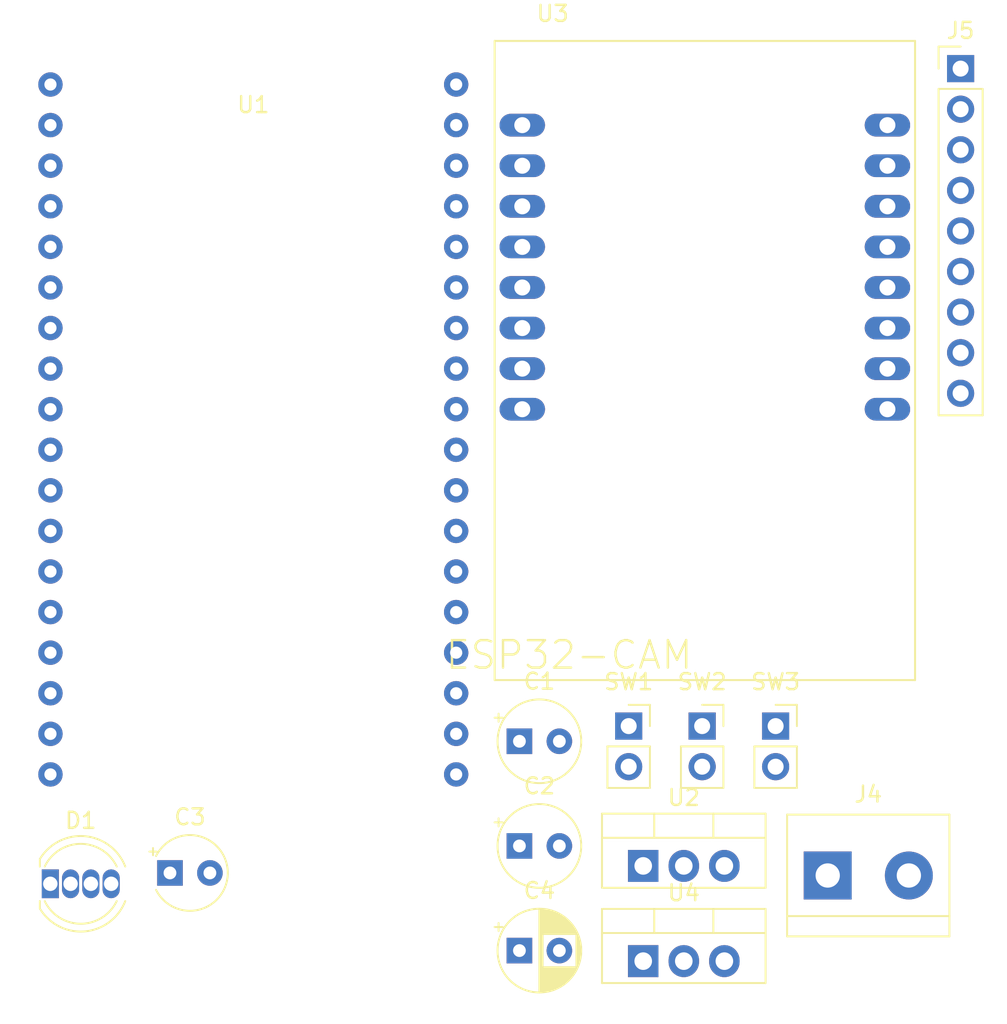
<source format=kicad_pcb>
(kicad_pcb (version 20241229) (generator "pcbnew") (generator_version "9.0")
  (layers (0 "F.Cu" signal) (2 "B.Cu" signal) (13 "F.Paste" user) (15 "B.Paste" user) (5 "F.SilkS" user "F.Silkscreen") (7 "B.SilkS" user "B.Silkscreen") (1 "F.Mask" user) (3 "B.Mask" user) (25 "Edge.Cuts" user))
  (net 0 "")
  (net 1 "GND")
  (net 2 "Net-(U2-IN)")
  (net 3 "Net-(U1-VIN)")
  (net 4 "Net-(U4-IN)")
  (net 5 "Net-(U3-5V)")
  (net 6 "Net-(D1-GND)")
  (net 7 "Net-(D1-VDD)")
  (net 8 "Net-(D1-DI)")
  (net 9 "Net-(D1-DO)")
  (net 10 "CS")
  (net 11 "+3.3V")
  (net 12 "SDI(MOSI)")
  (net 13 "SDI(MISO)")
  (net 14 "RST")
  (net 15 "D{slash}C")
  (net 16 "SCK")
  (net 17 "VCC")
  (net 18 "Net-(U3-GPIO13)")
  (net 23 "D{slash}C(ILI)")
  (net 26 "SDI(MISO)(ILI)")
  (net 34 "RST(ILI)")
  (net 37 "SCK(ILI)")
  (net 40 "SDI(MOSI)(ILI)")
  (net 50 "CS(ILI)")
  (footprint "Connector_PinSocket_2.54mm:PinSocket_1x02_P2.54mm_Vertical" (layer "F.Cu") (at 159.51 101.85)
    (property "Reference" "SW3" (at 0 -2.77 0) (layer "F.SilkS"))
    (property "Value" "SW_Push")
    (fp_line (start -1.33 1.27) (end -1.33 3.87) (stroke (width 0.12)) (layer "F.SilkS"))
    (fp_line (start -1.33 1.27) (end 1.33 1.27) (stroke (width 0.12)) (layer "F.SilkS"))
    (fp_line (start -1.33 3.87) (end 1.33 3.87) (stroke (width 0.12)) (layer "F.SilkS"))
    (fp_line (start 0 -1.33) (end 1.33 -1.33) (stroke (width 0.12)) (layer "F.SilkS"))
    (fp_line (start 1.33 -1.33) (end 1.33 0) (stroke (width 0.12)) (layer "F.SilkS"))
    (fp_line (start 1.33 1.27) (end 1.33 3.87) (stroke (width 0.12)) (layer "F.SilkS"))
    (pad "1" thru_hole rect (at 0 0) (size 1.7 1.7) (drill 1) (layers "*.Cu" "*.Mask") (net 18 "Net-(U3-GPIO13)"))
    (pad "2" thru_hole circle (at 0 2.54) (size 1.7 1.7) (drill 1) (layers "*.Cu" "*.Mask") (net 6 "Net-(D1-GND)"))
  )
  (footprint "LED_THT:LED_D5.0mm-4_RGB" (layer "F.Cu") (at 114.1 111.72)
    (property "Reference" "D1" (at 1.905 -3.96 0) (layer "F.SilkS"))
    (property "Value" "APA-106-F5")
    (fp_line (start -0.655 -1.545) (end -0.655 -1.08) (stroke (width 0.12)) (layer "F.SilkS"))
    (fp_line (start -0.655 1.08) (end -0.655 1.545) (stroke (width 0.12)) (layer "F.SilkS"))
    (fp_arc (start -0.655 -1.54483) (mid 2.163858 -2.978774) (end 4.693107 -1.080075) (stroke (width 0.12)) (layer "F.SilkS"))
    (fp_arc (start -0.349684 -1.08) (mid 1.904967 -2.5) (end 4.159656 -1.080059) (stroke (width 0.12)) (layer "F.SilkS"))
    (fp_arc (start 4.159656 1.080059) (mid 1.904967 2.5) (end -0.349684 1.08) (stroke (width 0.12)) (layer "F.SilkS"))
    (fp_arc (start 4.693107 1.080075) (mid 2.163858 2.978774) (end -0.655 1.54483) (stroke (width 0.12)) (layer "F.SilkS"))
    (pad "1" thru_hole rect (at 0 0) (size 1.07 1.8) (drill 0.9) (layers "*.Cu" "*.Mask") (net 9 "Net-(D1-DO)"))
    (pad "2" thru_hole oval (at 1.27 0) (size 1.07 1.8) (drill 0.9) (layers "*.Cu" "*.Mask") (net 6 "Net-(D1-GND)"))
    (pad "3" thru_hole oval (at 2.54 0) (size 1.07 1.8) (drill 0.9) (layers "*.Cu" "*.Mask") (net 7 "Net-(D1-VDD)"))
    (pad "4" thru_hole oval (at 3.81 0) (size 1.07 1.8) (drill 0.9) (layers "*.Cu" "*.Mask") (net 8 "Net-(D1-DI)"))
  )
  (footprint "Connector_PinHeader_2.54mm:PinHeader_1x09_P2.54mm_Vertical" (layer "F.Cu") (at 171.09 60.7)
    (property "Reference" "J5" (at 0 -2.38 0) (layer "F.SilkS"))
    (property "Value" "ILI9341")
    (fp_line (start -1.38 -1.38) (end 0 -1.38) (stroke (width 0.12)) (layer "F.SilkS"))
    (fp_line (start -1.38 0) (end -1.38 -1.38) (stroke (width 0.12)) (layer "F.SilkS"))
    (fp_line (start -1.38 1.27) (end -1.38 21.7) (stroke (width 0.12)) (layer "F.SilkS"))
    (fp_line (start -1.38 1.27) (end 1.38 1.27) (stroke (width 0.12)) (layer "F.SilkS"))
    (fp_line (start -1.38 21.7) (end 1.38 21.7) (stroke (width 0.12)) (layer "F.SilkS"))
    (fp_line (start 1.38 1.27) (end 1.38 21.7) (stroke (width 0.12)) (layer "F.SilkS"))
    (pad "1" thru_hole rect (at 0 0) (size 1.7 1.7) (drill 1) (layers "*.Cu" "*.Mask") (net 1 "GND"))
    (pad "2" thru_hole circle (at 0 2.54) (size 1.7 1.7) (drill 1) (layers "*.Cu" "*.Mask") (net 12 "SDI(MOSI)"))
    (pad "3" thru_hole circle (at 0 5.08) (size 1.7 1.7) (drill 1) (layers "*.Cu" "*.Mask") (net 15 "D{slash}C"))
    (pad "4" thru_hole circle (at 0 7.62) (size 1.7 1.7) (drill 1) (layers "*.Cu" "*.Mask") (net 14 "RST"))
    (pad "5" thru_hole circle (at 0 10.16) (size 1.7 1.7) (drill 1) (layers "*.Cu" "*.Mask") (net 13 "SDI(MISO)"))
    (pad "6" thru_hole circle (at 0 12.7) (size 1.7 1.7) (drill 1) (layers "*.Cu" "*.Mask") (net 16 "SCK"))
    (pad "7" thru_hole circle (at 0 15.24) (size 1.7 1.7) (drill 1) (layers "*.Cu" "*.Mask") (net 10 "CS"))
    (pad "8" thru_hole circle (at 0 17.78) (size 1.7 1.7) (drill 1) (layers "*.Cu" "*.Mask") (net 11 "+3.3V"))
    (pad "9" thru_hole circle (at 0 20.32) (size 1.7 1.7) (drill 1) (layers "*.Cu" "*.Mask") (net 11 "+3.3V"))
  )
  (footprint "Capacitor_THT:CP_Radial_D5.0mm_P2.50mm" (layer "F.Cu") (at 143.469775 115.9)
    (property "Reference" "C4" (at 1.25 -3.75 0) (layer "F.SilkS"))
    (property "Value" "C")
    (fp_line (start -1.554775 -1.475) (end -1.054775 -1.475) (stroke (width 0.12)) (layer "F.SilkS"))
    (fp_line (start -1.304775 -1.725) (end -1.304775 -1.225) (stroke (width 0.12)) (layer "F.SilkS"))
    (fp_line (start 1.25 -2.58) (end 1.25 2.58) (stroke (width 0.12)) (layer "F.SilkS"))
    (fp_line (start 1.29 -2.58) (end 1.29 2.58) (stroke (width 0.12)) (layer "F.SilkS"))
    (fp_line (start 1.33 -2.579) (end 1.33 2.579) (stroke (width 0.12)) (layer "F.SilkS"))
    (fp_line (start 1.37 -2.577) (end 1.37 2.577) (stroke (width 0.12)) (layer "F.SilkS"))
    (fp_line (start 1.41 -2.575) (end 1.41 2.575) (stroke (width 0.12)) (layer "F.SilkS"))
    (fp_line (start 1.45 -2.572) (end 1.45 2.572) (stroke (width 0.12)) (layer "F.SilkS"))
    (fp_line (start 1.49 -2.569) (end 1.49 -1.04) (stroke (width 0.12)) (layer "F.SilkS"))
    (fp_line (start 1.49 1.04) (end 1.49 2.569) (stroke (width 0.12)) (layer "F.SilkS"))
    (fp_line (start 1.53 -2.565) (end 1.53 -1.04) (stroke (width 0.12)) (layer "F.SilkS"))
    (fp_line (start 1.53 1.04) (end 1.53 2.565) (stroke (width 0.12)) (layer "F.SilkS"))
    (fp_line (start 1.57 -2.56) (end 1.57 -1.04) (stroke (width 0.12)) (layer "F.SilkS"))
    (fp_line (start 1.57 1.04) (end 1.57 2.56) (stroke (width 0.12)) (layer "F.SilkS"))
    (fp_line (start 1.61 -2.555) (end 1.61 -1.04) (stroke (width 0.12)) (layer "F.SilkS"))
    (fp_line (start 1.61 1.04) (end 1.61 2.555) (stroke (width 0.12)) (layer "F.SilkS"))
    (fp_line (start 1.65 -2.549) (end 1.65 -1.04) (stroke (width 0.12)) (layer "F.SilkS"))
    (fp_line (start 1.65 1.04) (end 1.65 2.549) (stroke (width 0.12)) (layer "F.SilkS"))
    (fp_line (start 1.69 -2.543) (end 1.69 -1.04) (stroke (width 0.12)) (layer "F.SilkS"))
    (fp_line (start 1.69 1.04) (end 1.69 2.543) (stroke (width 0.12)) (layer "F.SilkS"))
    (fp_line (start 1.73 -2.536) (end 1.73 -1.04) (stroke (width 0.12)) (layer "F.SilkS"))
    (fp_line (start 1.73 1.04) (end 1.73 2.536) (stroke (width 0.12)) (layer "F.SilkS"))
    (fp_line (start 1.77 -2.528) (end 1.77 -1.04) (stroke (width 0.12)) (layer "F.SilkS"))
    (fp_line (start 1.77 1.04) (end 1.77 2.528) (stroke (width 0.12)) (layer "F.SilkS"))
    (fp_line (start 1.81 -2.519) (end 1.81 -1.04) (stroke (width 0.12)) (layer "F.SilkS"))
    (fp_line (start 1.81 1.04) (end 1.81 2.519) (stroke (width 0.12)) (layer "F.SilkS"))
    (fp_line (start 1.85 -2.51) (end 1.85 -1.04) (stroke (width 0.12)) (layer "F.SilkS"))
    (fp_line (start 1.85 1.04) (end 1.85 2.51) (stroke (width 0.12)) (layer "F.SilkS"))
    (fp_line (start 1.89 -2.501) (end 1.89 -1.04) (stroke (width 0.12)) (layer "F.SilkS"))
    (fp_line (start 1.89 1.04) (end 1.89 2.501) (stroke (width 0.12)) (layer "F.SilkS"))
    (fp_line (start 1.93 -2.49) (end 1.93 -1.04) (stroke (width 0.12)) (layer "F.SilkS"))
    (fp_line (start 1.93 1.04) (end 1.93 2.49) (stroke (width 0.12)) (layer "F.SilkS"))
    (fp_line (start 1.97 -2.479) (end 1.97 -1.04) (stroke (width 0.12)) (layer "F.SilkS"))
    (fp_line (start 1.97 1.04) (end 1.97 2.479) (stroke (width 0.12)) (layer "F.SilkS"))
    (fp_line (start 2.01 -2.467) (end 2.01 -1.04) (stroke (width 0.12)) (layer "F.SilkS"))
    (fp_line (start 2.01 1.04) (end 2.01 2.467) (stroke (width 0.12)) (layer "F.SilkS"))
    (fp_line (start 2.05 -2.455) (end 2.05 -1.04) (stroke (width 0.12)) (layer "F.SilkS"))
    (fp_line (start 2.05 1.04) (end 2.05 2.455) (stroke (width 0.12)) (layer "F.SilkS"))
    (fp_line (start 2.09 -2.442) (end 2.09 -1.04) (stroke (width 0.12)) (layer "F.SilkS"))
    (fp_line (start 2.09 1.04) (end 2.09 2.442) (stroke (width 0.12)) (layer "F.SilkS"))
    (fp_line (start 2.13 -2.428) (end 2.13 -1.04) (stroke (width 0.12)) (layer "F.SilkS"))
    (fp_line (start 2.13 1.04) (end 2.13 2.428) (stroke (width 0.12)) (layer "F.SilkS"))
    (fp_line (start 2.17 -2.413) (end 2.17 -1.04) (stroke (width 0.12)) (layer "F.SilkS"))
    (fp_line (start 2.17 1.04) (end 2.17 2.413) (stroke (width 0.12)) (layer "F.SilkS"))
    (fp_line (start 2.21 -2.398) (end 2.21 -1.04) (stroke (width 0.12)) (layer "F.SilkS"))
    (fp_line (start 2.21 1.04) (end 2.21 2.398) (stroke (width 0.12)) (layer "F.SilkS"))
    (fp_line (start 2.25 -2.382) (end 2.25 -1.04) (stroke (width 0.12)) (layer "F.SilkS"))
    (fp_line (start 2.25 1.04) (end 2.25 2.382) (stroke (width 0.12)) (layer "F.SilkS"))
    (fp_line (start 2.29 -2.365) (end 2.29 -1.04) (stroke (width 0.12)) (layer "F.SilkS"))
    (fp_line (start 2.29 1.04) (end 2.29 2.365) (stroke (width 0.12)) (layer "F.SilkS"))
    (fp_line (start 2.33 -2.347) (end 2.33 -1.04) (stroke (width 0.12)) (layer "F.SilkS"))
    (fp_line (start 2.33 1.04) (end 2.33 2.347) (stroke (width 0.12)) (layer "F.SilkS"))
    (fp_line (start 2.37 -2.329) (end 2.37 -1.04) (stroke (width 0.12)) (layer "F.SilkS"))
    (fp_line (start 2.37 1.04) (end 2.37 2.329) (stroke (width 0.12)) (layer "F.SilkS"))
    (fp_line (start 2.41 -2.309) (end 2.41 -1.04) (stroke (width 0.12)) (layer "F.SilkS"))
    (fp_line (start 2.41 1.04) (end 2.41 2.309) (stroke (width 0.12)) (layer "F.SilkS"))
    (fp_line (start 2.45 -2.289) (end 2.45 -1.04) (stroke (width 0.12)) (layer "F.SilkS"))
    (fp_line (start 2.45 1.04) (end 2.45 2.289) (stroke (width 0.12)) (layer "F.SilkS"))
    (fp_line (start 2.49 -2.268) (end 2.49 -1.04) (stroke (width 0.12)) (layer "F.SilkS"))
    (fp_line (start 2.49 1.04) (end 2.49 2.268) (stroke (width 0.12)) (layer "F.SilkS"))
    (fp_line (start 2.53 -2.246) (end 2.53 -1.04) (stroke (width 0.12)) (layer "F.SilkS"))
    (fp_line (start 2.53 1.04) (end 2.53 2.246) (stroke (width 0.12)) (layer "F.SilkS"))
    (fp_line (start 2.57 -2.223) (end 2.57 -1.04) (stroke (width 0.12)) (layer "F.SilkS"))
    (fp_line (start 2.57 1.04) (end 2.57 2.223) (stroke (width 0.12)) (layer "F.SilkS"))
    (fp_line (start 2.61 -2.199) (end 2.61 -1.04) (stroke (width 0.12)) (layer "F.SilkS"))
    (fp_line (start 2.61 1.04) (end 2.61 2.199) (stroke (width 0.12)) (layer "F.SilkS"))
    (fp_line (start 2.65 -2.175) (end 2.65 -1.04) (stroke (width 0.12)) (layer "F.SilkS"))
    (fp_line (start 2.65 1.04) (end 2.65 2.175) (stroke (width 0.12)) (layer "F.SilkS"))
    (fp_line (start 2.69 -2.149) (end 2.69 -1.04) (stroke (width 0.12)) (layer "F.SilkS"))
    (fp_line (start 2.69 1.04) (end 2.69 2.149) (stroke (width 0.12)) (layer "F.SilkS"))
    (fp_line (start 2.73 -2.122) (end 2.73 -1.04) (stroke (width 0.12)) (layer "F.SilkS"))
    (fp_line (start 2.73 1.04) (end 2.73 2.122) (stroke (width 0.12)) (layer "F.SilkS"))
    (fp_line (start 2.77 -2.094) (end 2.77 -1.04) (stroke (width 0.12)) (layer "F.SilkS"))
    (fp_line (start 2.77 1.04) (end 2.77 2.094) (stroke (width 0.12)) (layer "F.SilkS"))
    (fp_line (start 2.81 -2.065) (end 2.81 -1.04) (stroke (width 0.12)) (layer "F.SilkS"))
    (fp_line (start 2.81 1.04) (end 2.81 2.065) (stroke (width 0.12)) (layer "F.SilkS"))
    (fp_line (start 2.85 -2.035) (end 2.85 -1.04) (stroke (width 0.12)) (layer "F.SilkS"))
    (fp_line (start 2.85 1.04) (end 2.85 2.035) (stroke (width 0.12)) (layer "F.SilkS"))
    (fp_line (start 2.89 -2.003) (end 2.89 -1.04) (stroke (width 0.12)) (layer "F.SilkS"))
    (fp_line (start 2.89 1.04) (end 2.89 2.003) (stroke (width 0.12)) (layer "F.SilkS"))
    (fp_line (start 2.93 -1.97) (end 2.93 -1.04) (stroke (width 0.12)) (layer "F.SilkS"))
    (fp_line (start 2.93 1.04) (end 2.93 1.97) (stroke (width 0.12)) (layer "F.SilkS"))
    (fp_line (start 2.97 -1.936) (end 2.97 -1.04) (stroke (width 0.12)) (layer "F.SilkS"))
    (fp_line (start 2.97 1.04) (end 2.97 1.936) (stroke (width 0.12)) (layer "F.SilkS"))
    (fp_line (start 3.01 -1.901) (end 3.01 -1.04) (stroke (width 0.12)) (layer "F.SilkS"))
    (fp_line (start 3.01 1.04) (end 3.01 1.901) (stroke (width 0.12)) (layer "F.SilkS"))
    (fp_line (start 3.05 -1.864) (end 3.05 -1.04) (stroke (width 0.12)) (layer "F.SilkS"))
    (fp_line (start 3.05 1.04) (end 3.05 1.864) (stroke (width 0.12)) (layer "F.SilkS"))
    (fp_line (start 3.09 -1.825) (end 3.09 -1.04) (stroke (width 0.12)) (layer "F.SilkS"))
    (fp_line (start 3.09 1.04) (end 3.09 1.825) (stroke (width 0.12)) (layer "F.SilkS"))
    (fp_line (start 3.13 -1.785) (end 3.13 -1.04) (stroke (width 0.12)) (layer "F.SilkS"))
    (fp_line (start 3.13 1.04) (end 3.13 1.785) (stroke (width 0.12)) (layer "F.SilkS"))
    (fp_line (start 3.17 -1.743) (end 3.17 -1.04) (stroke (width 0.12)) (layer "F.SilkS"))
    (fp_line (start 3.17 1.04) (end 3.17 1.743) (stroke (width 0.12)) (layer "F.SilkS"))
    (fp_line (start 3.21 -1.699) (end 3.21 -1.04) (stroke (width 0.12)) (layer "F.SilkS"))
    (fp_line (start 3.21 1.04) (end 3.21 1.699) (stroke (width 0.12)) (layer "F.SilkS"))
    (fp_line (start 3.25 -1.652) (end 3.25 -1.04) (stroke (width 0.12)) (layer "F.SilkS"))
    (fp_line (start 3.25 1.04) (end 3.25 1.652) (stroke (width 0.12)) (layer "F.SilkS"))
    (fp_line (start 3.29 -1.604) (end 3.29 -1.04) (stroke (width 0.12)) (layer "F.SilkS"))
    (fp_line (start 3.29 1.04) (end 3.29 1.604) (stroke (width 0.12)) (layer "F.SilkS"))
    (fp_line (start 3.33 -1.553) (end 3.33 -1.04) (stroke (width 0.12)) (layer "F.SilkS"))
    (fp_line (start 3.33 1.04) (end 3.33 1.553) (stroke (width 0.12)) (layer "F.SilkS"))
    (fp_line (start 3.37 -1.499) (end 3.37 -1.04) (stroke (width 0.12)) (layer "F.SilkS"))
    (fp_line (start 3.37 1.04) (end 3.37 1.499) (stroke (width 0.12)) (layer "F.SilkS"))
    (fp_line (start 3.41 -1.443) (end 3.41 -1.04) (stroke (width 0.12)) (layer "F.SilkS"))
    (fp_line (start 3.41 1.04) (end 3.41 1.443) (stroke (width 0.12)) (layer "F.SilkS"))
    (fp_line (start 3.45 -1.383) (end 3.45 -1.04) (stroke (width 0.12)) (layer "F.SilkS"))
    (fp_line (start 3.45 1.04) (end 3.45 1.383) (stroke (width 0.12)) (layer "F.SilkS"))
    (fp_line (start 3.49 -1.319) (end 3.49 -1.04) (stroke (width 0.12)) (layer "F.SilkS"))
    (fp_line (start 3.49 1.04) (end 3.49 1.319) (stroke (width 0.12)) (layer "F.SilkS"))
    (fp_line (start 3.53 -1.251) (end 3.53 -1.04) (stroke (width 0.12)) (layer "F.SilkS"))
    (fp_line (start 3.53 1.04) (end 3.53 1.251) (stroke (width 0.12)) (layer "F.SilkS"))
    (fp_line (start 3.57 -1.177) (end 3.57 1.177) (stroke (width 0.12)) (layer "F.SilkS"))
    (fp_line (start 3.61 -1.098) (end 3.61 1.098) (stroke (width 0.12)) (layer "F.SilkS"))
    (fp_line (start 3.65 -1.011) (end 3.65 1.011) (stroke (width 0.12)) (layer "F.SilkS"))
    (fp_line (start 3.69 -0.914) (end 3.69 0.914) (stroke (width 0.12)) (layer "F.SilkS"))
    (fp_line (start 3.73 -0.805) (end 3.73 0.805) (stroke (width 0.12)) (layer "F.SilkS"))
    (fp_line (start 3.77 -0.677) (end 3.77 0.677) (stroke (width 0.12)) (layer "F.SilkS"))
    (fp_line (start 3.81 -0.517) (end 3.81 0.517) (stroke (width 0.12)) (layer "F.SilkS"))
    (fp_line (start 3.85 -0.283) (end 3.85 0.283) (stroke (width 0.12)) (layer "F.SilkS"))
    (fp_circle (center 1.25 0) (end 3.87 0) (stroke (width 0.12)) (fill no) (layer "F.SilkS"))
    (pad "1" thru_hole rect (at 0 0) (size 1.6 1.6) (drill 0.8) (layers "*.Cu" "*.Mask") (net 5 "Net-(U3-5V)"))
    (pad "2" thru_hole circle (at 2.5 0) (size 1.6 1.6) (drill 0.8) (layers "*.Cu" "*.Mask") (net 1 "GND"))
  )
  (footprint "Capacitor_THT:CP_Radial_Tantal_D5.0mm_P2.50mm" (layer "F.Cu") (at 143.469775 109.35)
    (property "Reference" "C2" (at 1.25 -3.75 0) (layer "F.SilkS"))
    (property "Value" "C")
    (fp_line (start -1.554775 -1.475) (end -1.054775 -1.475) (stroke (width 0.12)) (layer "F.SilkS"))
    (fp_line (start -1.304775 -1.725) (end -1.304775 -1.225) (stroke (width 0.12)) (layer "F.SilkS"))
    (fp_circle (center 1.25 0) (end 3.87 0) (stroke (width 0.12)) (fill no) (layer "F.SilkS"))
    (pad "1" thru_hole rect (at 0 0) (size 1.6 1.6) (drill 0.8) (layers "*.Cu" "*.Mask") (net 3 "Net-(U1-VIN)"))
    (pad "2" thru_hole circle (at 2.5 0) (size 1.6 1.6) (drill 0.8) (layers "*.Cu" "*.Mask") (net 1 "GND"))
  )
  (footprint "TerminalBlock:TerminalBlock_bornier-2_P5.08mm" (layer "F.Cu") (at 162.77 111.2)
    (property "Reference" "J4" (at 2.54 -5.08 0) (layer "F.SilkS"))
    (property "Value" "TB_1X2")
    (fp_line (start -2.54 -3.81) (end -2.54 3.81) (stroke (width 0.12)) (layer "F.SilkS"))
    (fp_line (start -2.54 3.81) (end 7.62 3.81) (stroke (width 0.12)) (layer "F.SilkS"))
    (fp_line (start 7.62 -3.81) (end -2.54 -3.81) (stroke (width 0.12)) (layer "F.SilkS"))
    (fp_line (start 7.62 2.54) (end -2.54 2.54) (stroke (width 0.12)) (layer "F.SilkS"))
    (fp_line (start 7.62 3.81) (end 7.62 -3.81) (stroke (width 0.12)) (layer "F.SilkS"))
    (pad "1" thru_hole rect (at 0 0) (size 3 3) (drill 1.52) (layers "*.Cu" "*.Mask") (net 1 "GND"))
    (pad "2" thru_hole circle (at 5.08 0) (size 3 3) (drill 1.52) (layers "*.Cu" "*.Mask") (net 17 "VCC"))
  )
  (footprint "Connector_PinSocket_2.54mm:PinSocket_1x02_P2.54mm_Vertical" (layer "F.Cu") (at 154.91 101.85)
    (property "Reference" "SW2" (at 0 -2.77 0) (layer "F.SilkS"))
    (property "Value" "SW_Push")
    (fp_line (start -1.33 1.27) (end -1.33 3.87) (stroke (width 0.12)) (layer "F.SilkS"))
    (fp_line (start -1.33 1.27) (end 1.33 1.27) (stroke (width 0.12)) (layer "F.SilkS"))
    (fp_line (start -1.33 3.87) (end 1.33 3.87) (stroke (width 0.12)) (layer "F.SilkS"))
    (fp_line (start 0 -1.33) (end 1.33 -1.33) (stroke (width 0.12)) (layer "F.SilkS"))
    (fp_line (start 1.33 -1.33) (end 1.33 0) (stroke (width 0.12)) (layer "F.SilkS"))
    (fp_line (start 1.33 1.27) (end 1.33 3.87) (stroke (width 0.12)) (layer "F.SilkS"))
    (pad "1" thru_hole rect (at 0 0) (size 1.7 1.7) (drill 1) (layers "*.Cu" "*.Mask") (net 17 "VCC"))
    (pad "2" thru_hole circle (at 0 2.54) (size 1.7 1.7) (drill 1) (layers "*.Cu" "*.Mask") (net 4 "Net-(U4-IN)"))
  )
  (footprint "Capacitor_THT:CP_Radial_Tantal_D5.0mm_P2.50mm" (layer "F.Cu") (at 143.469775 102.8)
    (property "Reference" "C1" (at 1.25 -3.75 0) (layer "F.SilkS"))
    (property "Value" "C")
    (fp_line (start -1.554775 -1.475) (end -1.054775 -1.475) (stroke (width 0.12)) (layer "F.SilkS"))
    (fp_line (start -1.304775 -1.725) (end -1.304775 -1.225) (stroke (width 0.12)) (layer "F.SilkS"))
    (fp_circle (center 1.25 0) (end 3.87 0) (stroke (width 0.12)) (fill no) (layer "F.SilkS"))
    (pad "1" thru_hole rect (at 0 0) (size 1.6 1.6) (drill 0.8) (layers "*.Cu" "*.Mask") (net 2 "Net-(U2-IN)"))
    (pad "2" thru_hole circle (at 2.5 0) (size 1.6 1.6) (drill 0.8) (layers "*.Cu" "*.Mask") (net 1 "GND"))
  )
  (footprint "Connector_PinSocket_2.54mm:PinSocket_1x02_P2.54mm_Vertical" (layer "F.Cu") (at 150.31 101.85)
    (property "Reference" "SW1" (at 0 -2.77 0) (layer "F.SilkS"))
    (property "Value" "SW_Push")
    (fp_line (start -1.33 1.27) (end -1.33 3.87) (stroke (width 0.12)) (layer "F.SilkS"))
    (fp_line (start -1.33 1.27) (end 1.33 1.27) (stroke (width 0.12)) (layer "F.SilkS"))
    (fp_line (start -1.33 3.87) (end 1.33 3.87) (stroke (width 0.12)) (layer "F.SilkS"))
    (fp_line (start 0 -1.33) (end 1.33 -1.33) (stroke (width 0.12)) (layer "F.SilkS"))
    (fp_line (start 1.33 -1.33) (end 1.33 0) (stroke (width 0.12)) (layer "F.SilkS"))
    (fp_line (start 1.33 1.27) (end 1.33 3.87) (stroke (width 0.12)) (layer "F.SilkS"))
    (pad "1" thru_hole rect (at 0 0) (size 1.7 1.7) (drill 1) (layers "*.Cu" "*.Mask") (net 17 "VCC"))
    (pad "2" thru_hole circle (at 0 2.54) (size 1.7 1.7) (drill 1) (layers "*.Cu" "*.Mask") (net 2 "Net-(U2-IN)"))
  )
  (footprint "ESP32 DO IT:ESP32-DOIT-DEVKIT" (layer "F.Cu") (at 126.81 59.155)
    (property "Reference" "U1" (at 0 3.81 0) (layer "F.SilkS"))
    (property "Value" "ESP32_DevKit_V1_DOIT")
    (pad "1" thru_hole circle (at -12.7 2.54) (size 1.524 1.524) (drill 0.762) (layers "*.Cu" "*.Mask"))
    (pad "2" thru_hole circle (at -12.7 5.08) (size 1.524 1.524) (drill 0.762) (layers "*.Cu" "*.Mask"))
    (pad "3" thru_hole circle (at -12.7 7.62) (size 1.524 1.524) (drill 0.762) (layers "*.Cu" "*.Mask"))
    (pad "4" thru_hole circle (at -12.7 10.16) (size 1.524 1.524) (drill 0.762) (layers "*.Cu" "*.Mask"))
    (pad "5" thru_hole circle (at -12.7 12.7) (size 1.524 1.524) (drill 0.762) (layers "*.Cu" "*.Mask"))
    (pad "6" thru_hole circle (at -12.7 15.24) (size 1.524 1.524) (drill 0.762) (layers "*.Cu" "*.Mask"))
    (pad "7" thru_hole circle (at -12.7 17.78) (size 1.524 1.524) (drill 0.762) (layers "*.Cu" "*.Mask"))
    (pad "8" thru_hole circle (at -12.7 20.32) (size 1.524 1.524) (drill 0.762) (layers "*.Cu" "*.Mask"))
    (pad "9" thru_hole circle (at -12.7 22.86) (size 1.524 1.524) (drill 0.762) (layers "*.Cu" "*.Mask"))
    (pad "10" thru_hole circle (at -12.7 25.4) (size 1.524 1.524) (drill 0.762) (layers "*.Cu" "*.Mask"))
    (pad "11" thru_hole circle (at -12.7 27.94) (size 1.524 1.524) (drill 0.762) (layers "*.Cu" "*.Mask"))
    (pad "12" thru_hole circle (at -12.7 30.48) (size 1.524 1.524) (drill 0.762) (layers "*.Cu" "*.Mask"))
    (pad "13" thru_hole circle (at -12.7 33.02) (size 1.524 1.524) (drill 0.762) (layers "*.Cu" "*.Mask"))
    (pad "14" thru_hole circle (at -12.7 35.56) (size 1.524 1.524) (drill 0.762) (layers "*.Cu" "*.Mask"))
    (pad "15" thru_hole circle (at -12.7 38.1) (size 1.524 1.524) (drill 0.762) (layers "*.Cu" "*.Mask"))
    (pad "16" thru_hole circle (at -12.7 40.64) (size 1.524 1.524) (drill 0.762) (layers "*.Cu" "*.Mask"))
    (pad "17" thru_hole circle (at -12.7 43.18) (size 1.524 1.524) (drill 0.762) (layers "*.Cu" "*.Mask"))
    (pad "18" thru_hole circle (at -12.7 45.72) (size 1.524 1.524) (drill 0.762) (layers "*.Cu" "*.Mask") (net 3 "Net-(U1-VIN)"))
    (pad "19" thru_hole circle (at 12.7 45.72) (size 1.524 1.524) (drill 0.762) (layers "*.Cu" "*.Mask") (net 11 "+3.3V"))
    (pad "20" thru_hole circle (at 12.7 43.18) (size 1.524 1.524) (drill 0.762) (layers "*.Cu" "*.Mask"))
    (pad "21" thru_hole circle (at 12.7 40.64) (size 1.524 1.524) (drill 0.762) (layers "*.Cu" "*.Mask"))
    (pad "22" thru_hole circle (at 12.7 38.1) (size 1.524 1.524) (drill 0.762) (layers "*.Cu" "*.Mask"))
    (pad "23" thru_hole circle (at 12.7 35.56) (size 1.524 1.524) (drill 0.762) (layers "*.Cu" "*.Mask"))
    (pad "24" thru_hole circle (at 12.7 33.02) (size 1.524 1.524) (drill 0.762) (layers "*.Cu" "*.Mask"))
    (pad "25" thru_hole circle (at 12.7 30.48) (size 1.524 1.524) (drill 0.762) (layers "*.Cu" "*.Mask"))
    (pad "26" thru_hole circle (at 12.7 27.94) (size 1.524 1.524) (drill 0.762) (layers "*.Cu" "*.Mask"))
    (pad "27" thru_hole circle (at 12.7 25.4) (size 1.524 1.524) (drill 0.762) (layers "*.Cu" "*.Mask"))
    (pad "28" thru_hole circle (at 12.7 22.86) (size 1.524 1.524) (drill 0.762) (layers "*.Cu" "*.Mask"))
    (pad "29" thru_hole circle (at 12.7 20.32) (size 1.524 1.524) (drill 0.762) (layers "*.Cu" "*.Mask") (net 50 "CS(ILI)"))
    (pad "30" thru_hole circle (at 12.7 17.78) (size 1.524 1.524) (drill 0.762) (layers "*.Cu" "*.Mask") (net 37 "SCK(ILI)"))
    (pad "31" thru_hole circle (at 12.7 15.24) (size 1.524 1.524) (drill 0.762) (layers "*.Cu" "*.Mask") (net 26 "SDI(MISO)(ILI)"))
    (pad "32" thru_hole circle (at 12.7 12.7) (size 1.524 1.524) (drill 0.762) (layers "*.Cu" "*.Mask") (net 34 "RST(ILI)"))
    (pad "33" thru_hole circle (at 12.7 10.16) (size 1.524 1.524) (drill 0.762) (layers "*.Cu" "*.Mask"))
    (pad "34" thru_hole circle (at 12.7 7.62) (size 1.524 1.524) (drill 0.762) (layers "*.Cu" "*.Mask"))
    (pad "35" thru_hole circle (at 12.7 5.08) (size 1.524 1.524) (drill 0.762) (layers "*.Cu" "*.Mask") (net 23 "D{slash}C(ILI)"))
    (pad "36" thru_hole circle (at 12.7 2.54) (size 1.524 1.524) (drill 0.762) (layers "*.Cu" "*.Mask") (net 40 "SDI(MOSI)(ILI)"))
  )
  (footprint "ESP32-CAM:ESP32-CAM" (layer "F.Cu") (at 155.0785 74.3985)
    (property "Reference" "U3" (at -9.525 -17.145 0) (layer "F.SilkS"))
    (property "Value" "ESP32-CAM")
    (fp_line (start -13.16 -15.43) (end 13.16 -15.43) (stroke (width 0.127)) (layer "F.SilkS"))
    (fp_line (start -13.16 24.57) (end -13.16 -15.43) (stroke (width 0.127)) (layer "F.SilkS"))
    (fp_line (start 13.16 -15.43) (end 13.16 24.57) (stroke (width 0.127)) (layer "F.SilkS"))
    (fp_line (start 13.16 24.57) (end -13.16 24.57) (stroke (width 0.127)) (layer "F.SilkS"))
    (fp_text user "ESP32-CAM" (at -8.5 23 0) (layer "F.SilkS") (effects (font (size 1.72 1.72))))
    (pad "P$1" thru_hole oval (at -11.43 -10.16) (size 2.8448 1.4224) (drill 1) (layers "*.Cu" "*.Mask"))
    (pad "P$2" thru_hole oval (at -11.43 -7.62) (size 2.8448 1.4224) (drill 1) (layers "*.Cu" "*.Mask"))
    (pad "P$3" thru_hole oval (at -11.43 -5.08) (size 2.8448 1.4224) (drill 1) (layers "*.Cu" "*.Mask"))
    (pad "P$4" thru_hole oval (at -11.43 -2.54) (size 2.8448 1.4224) (drill 1) (layers "*.Cu" "*.Mask"))
    (pad "P$5" thru_hole oval (at -11.43 0) (size 2.8448 1.4224) (drill 1) (layers "*.Cu" "*.Mask"))
    (pad "P$6" thru_hole oval (at -11.43 2.54) (size 2.8448 1.4224) (drill 1) (layers "*.Cu" "*.Mask"))
    (pad "P$7" thru_hole oval (at -11.43 5.08) (size 2.8448 1.4224) (drill 1) (layers "*.Cu" "*.Mask"))
    (pad "P$8" thru_hole oval (at -11.43 7.62) (size 2.8448 1.4224) (drill 1) (layers "*.Cu" "*.Mask"))
    (pad "P$9" thru_hole oval (at 11.43 7.62) (size 2.8448 1.4224) (drill 1) (layers "*.Cu" "*.Mask") (net 5 "Net-(U3-5V)"))
    (pad "P$10" thru_hole oval (at 11.43 5.08) (size 2.8448 1.4224) (drill 1) (layers "*.Cu" "*.Mask") (net 6 "Net-(D1-GND)"))
    (pad "P$11" thru_hole oval (at 11.43 2.54) (size 2.8448 1.4224) (drill 1) (layers "*.Cu" "*.Mask") (net 9 "Net-(D1-DO)"))
    (pad "P$12" thru_hole oval (at 11.43 0) (size 2.8448 1.4224) (drill 1) (layers "*.Cu" "*.Mask") (net 18 "Net-(U3-GPIO13)"))
    (pad "P$13" thru_hole oval (at 11.43 -2.54) (size 2.8448 1.4224) (drill 1) (layers "*.Cu" "*.Mask") (net 8 "Net-(D1-DI)"))
    (pad "P$14" thru_hole oval (at 11.43 -5.08) (size 2.8448 1.4224) (drill 1) (layers "*.Cu" "*.Mask") (net 7 "Net-(D1-VDD)"))
    (pad "P$15" thru_hole oval (at 11.43 -7.62) (size 2.8448 1.4224) (drill 1) (layers "*.Cu" "*.Mask"))
    (pad "P$16" thru_hole oval (at 11.43 -10.16) (size 2.8448 1.4224) (drill 1) (layers "*.Cu" "*.Mask"))
  )
  (footprint "Capacitor_THT:CP_Radial_Tantal_D4.5mm_P2.50mm" (layer "F.Cu") (at 121.592288 111.04)
    (property "Reference" "C3" (at 1.25 -3.5 0) (layer "F.SilkS"))
    (property "Value" "C")
    (fp_line (start -1.287288 -1.335) (end -0.837288 -1.335) (stroke (width 0.12)) (layer "F.SilkS"))
    (fp_line (start -1.062288 -1.56) (end -1.062288 -1.11) (stroke (width 0.12)) (layer "F.SilkS"))
    (fp_arc (start -0.869741 -1.06) (mid 3.62 0) (end -0.869741 1.06) (stroke (width 0.12)) (layer "F.SilkS"))
    (pad "1" thru_hole rect (at 0 0) (size 1.6 1.6) (drill 0.8) (layers "*.Cu" "*.Mask") (net 4 "Net-(U4-IN)"))
    (pad "2" thru_hole circle (at 2.5 0) (size 1.6 1.6) (drill 0.8) (layers "*.Cu" "*.Mask") (net 1 "GND"))
  )
  (footprint "Package_TO_SOT_THT:TO-220-3_Vertical" (layer "F.Cu") (at 151.22 110.6)
    (property "Reference" "U2" (at 2.54 -4.27 0) (layer "F.SilkS"))
    (property "Value" "L7805")
    (fp_line (start -2.58 -3.27) (end -2.58 1.371) (stroke (width 0.12)) (layer "F.SilkS"))
    (fp_line (start -2.58 -3.27) (end 7.66 -3.27) (stroke (width 0.12)) (layer "F.SilkS"))
    (fp_line (start -2.58 -1.76) (end 7.66 -1.76) (stroke (width 0.12)) (layer "F.SilkS"))
    (fp_line (start -2.58 1.371) (end 7.66 1.371) (stroke (width 0.12)) (layer "F.SilkS"))
    (fp_line (start 0.69 -3.27) (end 0.69 -1.76) (stroke (width 0.12)) (layer "F.SilkS"))
    (fp_line (start 4.391 -3.27) (end 4.391 -1.76) (stroke (width 0.12)) (layer "F.SilkS"))
    (fp_line (start 7.66 -3.27) (end 7.66 1.371) (stroke (width 0.12)) (layer "F.SilkS"))
    (pad "1" thru_hole rect (at 0 0) (size 1.905 2) (drill 1.1) (layers "*.Cu" "*.Mask") (net 2 "Net-(U2-IN)"))
    (pad "2" thru_hole oval (at 2.54 0) (size 1.905 2) (drill 1.1) (layers "*.Cu" "*.Mask") (net 1 "GND"))
    (pad "3" thru_hole oval (at 5.08 0) (size 1.905 2) (drill 1.1) (layers "*.Cu" "*.Mask") (net 3 "Net-(U1-VIN)"))
  )
  (footprint "Package_TO_SOT_THT:TO-220-3_Vertical" (layer "F.Cu") (at 151.22 116.56)
    (property "Reference" "U4" (at 2.54 -4.27 0) (layer "F.SilkS"))
    (property "Value" "L7805")
    (fp_line (start -2.58 -3.27) (end -2.58 1.371) (stroke (width 0.12)) (layer "F.SilkS"))
    (fp_line (start -2.58 -3.27) (end 7.66 -3.27) (stroke (width 0.12)) (layer "F.SilkS"))
    (fp_line (start -2.58 -1.76) (end 7.66 -1.76) (stroke (width 0.12)) (layer "F.SilkS"))
    (fp_line (start -2.58 1.371) (end 7.66 1.371) (stroke (width 0.12)) (layer "F.SilkS"))
    (fp_line (start 0.69 -3.27) (end 0.69 -1.76) (stroke (width 0.12)) (layer "F.SilkS"))
    (fp_line (start 4.391 -3.27) (end 4.391 -1.76) (stroke (width 0.12)) (layer "F.SilkS"))
    (fp_line (start 7.66 -3.27) (end 7.66 1.371) (stroke (width 0.12)) (layer "F.SilkS"))
    (pad "1" thru_hole rect (at 0 0) (size 1.905 2) (drill 1.1) (layers "*.Cu" "*.Mask") (net 4 "Net-(U4-IN)"))
    (pad "2" thru_hole oval (at 2.54 0) (size 1.905 2) (drill 1.1) (layers "*.Cu" "*.Mask") (net 1 "GND"))
    (pad "3" thru_hole oval (at 5.08 0) (size 1.905 2) (drill 1.1) (layers "*.Cu" "*.Mask") (net 5 "Net-(U3-5V)"))
  )
)
</source>
